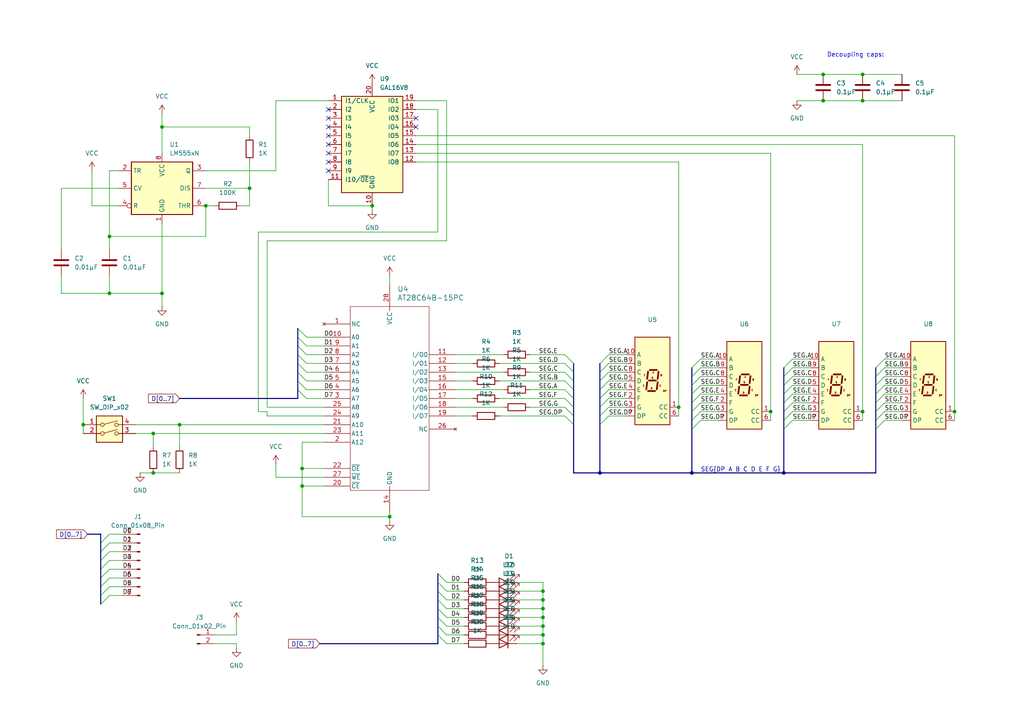
<source format=kicad_sch>
(kicad_sch (version 20231120) (generator "eeschema") (generator_version "8.0")
  (paper "A4")
  (title_block (title "Output Display Module") (date "2024-05-12") (rev "2.1") (company "Silicon Chronicles"))
  (lib_symbols
    (symbol "AT28C64B-15PC:AT28C64B-15PC" (pin_names (offset 0.254))
      (property "Reference" "U4" (at 21.2441 10.16 0))
      (property "Value" "AT28C64B-15PC" (at 21.2441 7.62 0))
      (symbol "AT28C64B-15PC_0_1"
        (polyline (pts (xy 7.62 -48.26) (xy 30.48 -48.26)) (stroke (width 0.127)))
        (polyline (pts (xy 7.62 5.08) (xy 7.62 -48.26)) (stroke (width 0.127)))
        (polyline (pts (xy 30.48 -48.26) (xy 30.48 5.08)) (stroke (width 0.127)))
        (polyline (pts (xy 30.48 5.08) (xy 7.62 5.08)) (stroke (width 0.127)))
        (pin no_connect line (at 0 0 0) (length 7.62) (name "NC") (number "1"))
        (pin input line (at 0 -3.81 0) (length 7.62) (name "A0") (number "10"))
        (pin bidirectional line (at 38.1 -8.89 180) (length 7.62) (name "I/O0") (number "11"))
        (pin bidirectional line (at 38.1 -11.43 180) (length 7.62) (name "I/O1") (number "12"))
        (pin bidirectional line (at 38.1 -13.97 180) (length 7.62) (name "I/O2") (number "13"))
        (pin power_in line (at 19.05 -54.61 90) (length 7.62) (name "GND") (number "14"))
        (pin bidirectional line (at 38.1 -16.51 180) (length 7.62) (name "I/O3") (number "15"))
        (pin bidirectional line (at 38.1 -19.05 180) (length 7.62) (name "I/O4") (number "16"))
        (pin bidirectional line (at 38.1 -21.59 180) (length 7.62) (name "I/O5") (number "17"))
        (pin bidirectional line (at 38.1 -24.13 180) (length 7.62) (name "I/O6") (number "18"))
        (pin bidirectional line (at 38.1 -26.67 180) (length 7.62) (name "I/O7") (number "19"))
        (pin input line (at 0 -34.29 0) (length 7.62) (name "A12") (number "2"))
        (pin input line (at 0 -29.21 0) (length 7.62) (name "A10") (number "21"))
        (pin input line (at 0 -31.75 0) (length 7.62) (name "A11") (number "23"))
        (pin input line (at 0 -26.67 0) (length 7.62) (name "A9") (number "24"))
        (pin input line (at 0 -24.13 0) (length 7.62) (name "A8") (number "25"))
        (pin no_connect line (at 38.1 -30.48 180) (length 7.62) (name "NC") (number "26"))
        (pin power_in line (at 19.05 11.43 270) (length 7.62) (name "VCC") (number "28"))
        (pin input line (at 0 -21.59 0) (length 7.62) (name "A7") (number "3"))
        (pin input line (at 0 -19.05 0) (length 7.62) (name "A6") (number "4"))
        (pin input line (at 0 -16.51 0) (length 7.62) (name "A5") (number "5"))
        (pin input line (at 0 -13.97 0) (length 7.62) (name "A4") (number "6"))
        (pin input line (at 0 -11.43 0) (length 7.62) (name "A3") (number "7"))
        (pin input line (at 0 -8.89 0) (length 7.62) (name "A2") (number "8"))
        (pin input line (at 0 -6.35 0) (length 7.62) (name "A1") (number "9"))
      )
      (symbol "AT28C64B-15PC_1_1"
        (pin input line (at 0 -46.99 0) (length 7.62) (name "~{CE}") (number "20"))
        (pin input line (at 0 -41.91 0) (length 7.62) (name "~{OE}") (number "22"))
        (pin input line (at 0 -44.45 0) (length 7.62) (name "~{WE}") (number "27"))
      )
    )
    (symbol "Connector:Conn_01x02_Pin" (pin_names (offset 1.016) hide)
      (property "Reference" "J" (at 0 2.54 0))
      (property "Value" "Conn_01x02_Pin" (at 0 -5.08 0))
      (symbol "Conn_01x02_Pin_1_1"
        (polyline (pts (xy 1.27 -2.54) (xy 0.8636 -2.54)) (stroke (width 0.1524)))
        (polyline (pts (xy 1.27 0) (xy 0.8636 0)) (stroke (width 0.1524)))
        (rectangle (start 0.8636 -2.413) (end 0 -2.667) (stroke (width 0.1524)) (fill (type outline)))
        (rectangle (start 0.8636 0.127) (end 0 -0.127) (stroke (width 0.1524)) (fill (type outline)))
        (pin passive line (at 5.08 0 180) (length 3.81) (name "Pin_1") (number "1"))
        (pin passive line (at 5.08 -2.54 180) (length 3.81) (name "Pin_2") (number "2"))
      )
    )
    (symbol "Connector:Conn_01x08_Pin" (pin_names (offset 1.016) hide)
      (property "Reference" "J" (at 0 10.16 0))
      (property "Value" "Conn_01x08_Pin" (at 0 -12.7 0))
      (symbol "Conn_01x08_Pin_1_1"
        (polyline (pts (xy 1.27 -10.16) (xy 0.8636 -10.16)) (stroke (width 0.1524)))
        (polyline (pts (xy 1.27 -7.62) (xy 0.8636 -7.62)) (stroke (width 0.1524)))
        (polyline (pts (xy 1.27 -5.08) (xy 0.8636 -5.08)) (stroke (width 0.1524)))
        (polyline (pts (xy 1.27 -2.54) (xy 0.8636 -2.54)) (stroke (width 0.1524)))
        (polyline (pts (xy 1.27 0) (xy 0.8636 0)) (stroke (width 0.1524)))
        (polyline (pts (xy 1.27 2.54) (xy 0.8636 2.54)) (stroke (width 0.1524)))
        (polyline (pts (xy 1.27 5.08) (xy 0.8636 5.08)) (stroke (width 0.1524)))
        (polyline (pts (xy 1.27 7.62) (xy 0.8636 7.62)) (stroke (width 0.1524)))
        (rectangle (start 0.8636 -10.033) (end 0 -10.287) (stroke (width 0.1524)) (fill (type outline)))
        (rectangle (start 0.8636 -7.493) (end 0 -7.747) (stroke (width 0.1524)) (fill (type outline)))
        (rectangle (start 0.8636 -4.953) (end 0 -5.207) (stroke (width 0.1524)) (fill (type outline)))
        (rectangle (start 0.8636 -2.413) (end 0 -2.667) (stroke (width 0.1524)) (fill (type outline)))
        (rectangle (start 0.8636 0.127) (end 0 -0.127) (stroke (width 0.1524)) (fill (type outline)))
        (rectangle (start 0.8636 2.667) (end 0 2.413) (stroke (width 0.1524)) (fill (type outline)))
        (rectangle (start 0.8636 5.207) (end 0 4.953) (stroke (width 0.1524)) (fill (type outline)))
        (rectangle (start 0.8636 7.747) (end 0 7.493) (stroke (width 0.1524)) (fill (type outline)))
        (pin passive line (at 5.08 7.62 180) (length 3.81) (name "Pin_1") (number "1"))
        (pin passive line (at 5.08 5.08 180) (length 3.81) (name "Pin_2") (number "2"))
        (pin passive line (at 5.08 2.54 180) (length 3.81) (name "Pin_3") (number "3"))
        (pin passive line (at 5.08 0 180) (length 3.81) (name "Pin_4") (number "4"))
        (pin passive line (at 5.08 -2.54 180) (length 3.81) (name "Pin_5") (number "5"))
        (pin passive line (at 5.08 -5.08 180) (length 3.81) (name "Pin_6") (number "6"))
        (pin passive line (at 5.08 -7.62 180) (length 3.81) (name "Pin_7") (number "7"))
        (pin passive line (at 5.08 -10.16 180) (length 3.81) (name "Pin_8") (number "8"))
      )
    )
    (symbol "Device:C" (pin_numbers hide) (pin_names (offset 0.254))
      (property "Reference" "C" (at 0.635 2.54 0))
      (property "Value" "C" (at 0.635 -2.54 0))
      (symbol "C_0_1"
        (polyline (pts (xy -2.032 -0.762) (xy 2.032 -0.762)) (stroke (width 0.508)))
        (polyline (pts (xy -2.032 0.762) (xy 2.032 0.762)) (stroke (width 0.508)))
      )
      (symbol "C_1_1"
        (pin passive line (at 0 3.81 270) (length 2.794) (name "~") (number "1"))
        (pin passive line (at 0 -3.81 90) (length 2.794) (name "~") (number "2"))
      )
    )
    (symbol "Device:LED" (pin_numbers hide) (pin_names (offset 1.016) hide)
      (property "Reference" "D" (at 0 2.54 0))
      (property "Value" "LED" (at 0 -2.54 0))
      (symbol "LED_0_1"
        (polyline (pts (xy -1.27 -1.27) (xy -1.27 1.27)) (stroke (width 0.254)))
        (polyline (pts (xy -1.27 0) (xy 1.27 0)))
        (polyline (pts (xy 1.27 -1.27) (xy 1.27 1.27) (xy -1.27 0) (xy 1.27 -1.27)) (stroke (width 0.254)))
        (polyline (pts (xy -3.048 -0.762) (xy -4.572 -2.286) (xy -3.81 -2.286) (xy -4.572 -2.286) (xy -4.572 -1.524)))
        (polyline (pts (xy -1.778 -0.762) (xy -3.302 -2.286) (xy -2.54 -2.286) (xy -3.302 -2.286) (xy -3.302 -1.524)))
      )
      (symbol "LED_1_1"
        (pin passive line (at -3.81 0 0) (length 2.54) (name "K") (number "1"))
        (pin passive line (at 3.81 0 180) (length 2.54) (name "A") (number "2"))
      )
    )
    (symbol "Device:R" (pin_numbers hide) (pin_names (offset 0))
      (property "Reference" "R" (at 2.032 0 90))
      (property "Value" "R" (at 0 0 90))
      (symbol "R_0_1"
        (rectangle (start -1.016 -2.54) (end 1.016 2.54) (stroke (width 0.254)))
      )
      (symbol "R_1_1"
        (pin passive line (at 0 3.81 270) (length 1.27) (name "~") (number "1"))
        (pin passive line (at 0 -3.81 90) (length 1.27) (name "~") (number "2"))
      )
    )
    (symbol "Display_Character:HDSP-7503"
      (property "Reference" "U" (at -3.81 13.97 0))
      (property "Value" "HDSP-7503" (at 6.35 13.97 0))
      (symbol "HDSP-7503_1_0"
        (text "A" (at 0.254 2.413 0) (effects (font (size 0.508 0.508))))
        (text "B" (at 2.54 1.651 0) (effects (font (size 0.508 0.508))))
        (text "C" (at 2.286 -1.397 0) (effects (font (size 0.508 0.508))))
        (text "D" (at -0.254 -2.159 0) (effects (font (size 0.508 0.508))))
        (text "DP" (at 3.556 -2.921 0) (effects (font (size 0.508 0.508))))
        (text "E" (at -2.54 -1.397 0) (effects (font (size 0.508 0.508))))
        (text "F" (at -2.286 1.651 0) (effects (font (size 0.508 0.508))))
        (text "G" (at 0 0.889 0) (effects (font (size 0.508 0.508))))
      )
      (symbol "HDSP-7503_1_1"
        (rectangle (start -5.08 12.7) (end 5.08 -12.7) (stroke (width 0.254)) (fill (type background)))
        (polyline (pts (xy -1.524 -0.381) (xy -1.778 -2.413)) (stroke (width 0.508)))
        (polyline (pts (xy -1.27 -2.921) (xy 0.762 -2.921)) (stroke (width 0.508)))
        (polyline (pts (xy -1.27 2.667) (xy -1.524 0.635)) (stroke (width 0.508)))
        (polyline (pts (xy -1.016 0.127) (xy 1.016 0.127)) (stroke (width 0.508)))
        (polyline (pts (xy -0.762 3.175) (xy 1.27 3.175)) (stroke (width 0.508)))
        (polyline (pts (xy 1.524 -0.381) (xy 1.27 -2.413)) (stroke (width 0.508)))
        (polyline (pts (xy 1.778 2.667) (xy 1.524 0.635)) (stroke (width 0.508)))
        (polyline (pts (xy 2.54 -2.921) (xy 2.54 -2.921)) (stroke (width 0.508)))
        (pin input line (at 7.62 -7.62 180) (length 2.54) (name "CC") (number "1"))
        (pin input line (at -7.62 7.62 0) (length 2.54) (name "A") (number "10"))
        (pin input line (at -7.62 -5.08 0) (length 2.54) (name "F") (number "2"))
        (pin input line (at -7.62 -7.62 0) (length 2.54) (name "G") (number "3"))
        (pin input line (at -7.62 -2.54 0) (length 2.54) (name "E") (number "4"))
        (pin input line (at -7.62 0 0) (length 2.54) (name "D") (number "5"))
        (pin input line (at 7.62 -10.16 180) (length 2.54) (name "CC") (number "6"))
        (pin input line (at -7.62 -10.16 0) (length 2.54) (name "DP") (number "7"))
        (pin input line (at -7.62 2.54 0) (length 2.54) (name "C") (number "8"))
        (pin input line (at -7.62 5.08 0) (length 2.54) (name "B") (number "9"))
      )
    )
    (symbol "Logic_Programmable:GAL16V8" (pin_names (offset 1.016))
      (property "Reference" "U" (at -8.89 16.51 0))
      (property "Value" "GAL16V8" (at 1.27 16.51 0))
      (symbol "GAL16V8_0_0"
        (pin power_in line (at 0 -17.78 90) (length 3.81) (name "GND") (number "10"))
        (pin power_in line (at 0 17.78 270) (length 3.81) (name "VCC") (number "20"))
      )
      (symbol "GAL16V8_0_1"
        (rectangle (start -8.89 13.97) (end 8.89 -13.97) (stroke (width 0.254)) (fill (type background)))
      )
      (symbol "GAL16V8_1_1"
        (pin input line (at -12.7 12.7 0) (length 3.81) (name "I1/CLK") (number "1"))
        (pin input line (at -12.7 -10.16 0) (length 3.81) (name "I10/~{OE}") (number "11"))
        (pin tri_state line (at 12.7 -5.08 180) (length 3.81) (name "IO8") (number "12"))
        (pin tri_state line (at 12.7 -2.54 180) (length 3.81) (name "IO7") (number "13"))
        (pin tri_state line (at 12.7 0 180) (length 3.81) (name "IO6") (number "14"))
        (pin tri_state line (at 12.7 2.54 180) (length 3.81) (name "IO5") (number "15"))
        (pin tri_state line (at 12.7 5.08 180) (length 3.81) (name "IO4") (number "16"))
        (pin tri_state line (at 12.7 7.62 180) (length 3.81) (name "I03") (number "17"))
        (pin tri_state line (at 12.7 10.16 180) (length 3.81) (name "IO2") (number "18"))
        (pin tri_state line (at 12.7 12.7 180) (length 3.81) (name "IO1") (number "19"))
        (pin input line (at -12.7 10.16 0) (length 3.81) (name "I2") (number "2"))
        (pin input line (at -12.7 7.62 0) (length 3.81) (name "I3") (number "3"))
        (pin input line (at -12.7 5.08 0) (length 3.81) (name "I4") (number "4"))
        (pin input line (at -12.7 2.54 0) (length 3.81) (name "I5") (number "5"))
        (pin input line (at -12.7 0 0) (length 3.81) (name "I6") (number "6"))
        (pin input line (at -12.7 -2.54 0) (length 3.81) (name "I7") (number "7"))
        (pin input line (at -12.7 -5.08 0) (length 3.81) (name "I8") (number "8"))
        (pin input line (at -12.7 -7.62 0) (length 3.81) (name "I9") (number "9"))
      )
    )
    (symbol "Switch:SW_DIP_x02" (pin_names (offset 0) hide)
      (property "Reference" "SW" (at 0 6.35 0))
      (property "Value" "SW_DIP_x02" (at 0 -3.81 0))
      (symbol "SW_DIP_x02_0_0"
        (circle (center -2.032 0) (radius 0.508))
        (circle (center -2.032 2.54) (radius 0.508))
        (polyline (pts (xy -1.524 0.127) (xy 2.3622 1.1684)))
        (polyline (pts (xy -1.524 2.667) (xy 2.3622 3.7084)))
        (circle (center 2.032 0) (radius 0.508))
        (circle (center 2.032 2.54) (radius 0.508))
      )
      (symbol "SW_DIP_x02_0_1"
        (rectangle (start -3.81 5.08) (end 3.81 -2.54) (stroke (width 0.254)) (fill (type background)))
      )
      (symbol "SW_DIP_x02_1_1"
        (pin passive line (at -7.62 2.54 0) (length 5.08) (name "~") (number "1"))
        (pin passive line (at -7.62 0 0) (length 5.08) (name "~") (number "2"))
        (pin passive line (at 7.62 0 180) (length 5.08) (name "~") (number "3"))
        (pin passive line (at 7.62 2.54 180) (length 5.08) (name "~") (number "4"))
      )
    )
    (symbol "Timer:LM555xN"
      (property "Reference" "U" (at -10.16 8.89 0))
      (property "Value" "LM555xN" (at 2.54 8.89 0))
      (symbol "LM555xN_0_0"
        (pin power_in line (at 0 -10.16 90) (length 2.54) (name "GND") (number "1"))
        (pin power_in line (at 0 10.16 270) (length 2.54) (name "VCC") (number "8"))
      )
      (symbol "LM555xN_0_1"
        (rectangle (start -8.89 -7.62) (end 8.89 7.62) (stroke (width 0.254)) (fill (type background)))
        (rectangle (start -8.89 -7.62) (end 8.89 7.62) (stroke (width 0.254)) (fill (type background)))
      )
      (symbol "LM555xN_1_1"
        (pin input line (at -12.7 5.08 0) (length 3.81) (name "TR") (number "2"))
        (pin output line (at 12.7 5.08 180) (length 3.81) (name "Q") (number "3"))
        (pin input inverted (at -12.7 -5.08 0) (length 3.81) (name "R") (number "4"))
        (pin input line (at -12.7 0 0) (length 3.81) (name "CV") (number "5"))
        (pin input line (at 12.7 -5.08 180) (length 3.81) (name "THR") (number "6"))
        (pin input line (at 12.7 0 180) (length 3.81) (name "DIS") (number "7"))
      )
    )
    (symbol "power:GND" (power) (pin_numbers hide) (pin_names (offset 0) hide)
      (property "Value" "GND" (at 0 -3.81 0))
      (symbol "GND_0_1"
        (polyline (pts (xy 0 0) (xy 0 -1.27) (xy 1.27 -1.27) (xy 0 -2.54) (xy -1.27 -1.27) (xy 0 -1.27)))
      )
      (symbol "GND_1_1"
        (pin power_in line (at 0 0 270) (length 0) (name "~") (number "1"))
      )
    )
    (symbol "power:VCC" (power) (pin_numbers hide) (pin_names (offset 0) hide)
      (property "Value" "VCC" (at 0 3.556 0))
      (symbol "VCC_0_1"
        (polyline (pts (xy -0.762 1.27) (xy 0 2.54)))
        (polyline (pts (xy 0 0) (xy 0 2.54)))
        (polyline (pts (xy 0 2.54) (xy 0.762 1.27)))
      )
      (symbol "VCC_1_1"
        (pin power_in line (at 0 0 90) (length 0) (name "~") (number "1"))
      )
    )
  )
  (junction (at 238.76 29.21))
  (junction (at 31.75 68.58))
  (junction (at 157.48 186.69))
  (junction (at 87.63 140.97))
  (junction (at 223.52 119.38))
  (junction (at 238.76 21.59))
  (junction (at 173.99 137.16))
  (junction (at 24.13 123.19))
  (junction (at 59.69 59.69))
  (junction (at 250.19 119.38))
  (junction (at 157.48 176.53))
  (junction (at 250.19 21.59))
  (junction (at 227.33 137.16))
  (junction (at 196.85 118.11))
  (junction (at 72.39 54.61))
  (junction (at 157.48 171.45))
  (junction (at 87.63 135.89))
  (junction (at 46.99 36.83))
  (junction (at 157.48 181.61))
  (junction (at 107.95 59.69))
  (junction (at 157.48 179.07))
  (junction (at 52.07 123.19))
  (junction (at 44.45 137.16))
  (junction (at 157.48 184.15))
  (junction (at 46.99 85.09))
  (junction (at 44.45 125.73))
  (junction (at 113.03 149.86))
  (junction (at 157.48 173.99))
  (junction (at 276.86 119.38))
  (junction (at 31.75 85.09))
  (junction (at 250.19 29.21))
  (junction (at 200.66 137.16))
  (no_connect (at 95.25 41.91))
  (no_connect (at 95.25 31.75))
  (no_connect (at 120.65 34.29))
  (no_connect (at 95.25 34.29))
  (no_connect (at 95.25 44.45))
  (no_connect (at 95.25 39.37))
  (no_connect (at 95.25 49.53))
  (no_connect (at 95.25 36.83))
  (no_connect (at 95.25 46.99))
  (no_connect (at 120.65 36.83))
  (bus_entry (at 227.33 124.46) (size 2.54 -2.54))
  (bus_entry (at 173.99 123.19) (size 2.54 -2.54))
  (bus_entry (at 29.21 172.72) (size 2.54 -2.54))
  (bus_entry (at 29.21 160.02) (size 2.54 -2.54))
  (bus_entry (at 200.66 114.3) (size 2.54 -2.54))
  (bus_entry (at 127 184.15) (size 2.54 2.54))
  (bus_entry (at 200.66 109.22) (size 2.54 -2.54))
  (bus_entry (at 127 179.07) (size 2.54 2.54))
  (bus_entry (at 166.37 105.41) (size -2.54 -2.54))
  (bus_entry (at 166.37 107.95) (size -2.54 -2.54))
  (bus_entry (at 166.37 118.11) (size -2.54 -2.54))
  (bus_entry (at 86.36 113.03) (size 2.54 2.54))
  (bus_entry (at 200.66 116.84) (size 2.54 -2.54))
  (bus_entry (at 200.66 111.76) (size 2.54 -2.54))
  (bus_entry (at 173.99 107.95) (size 2.54 -2.54))
  (bus_entry (at 127 168.91) (size 2.54 2.54))
  (bus_entry (at 227.33 106.68) (size 2.54 -2.54))
  (bus_entry (at 227.33 109.22) (size 2.54 -2.54))
  (bus_entry (at 86.36 102.87) (size 2.54 2.54))
  (bus_entry (at 254 109.22) (size 2.54 -2.54))
  (bus_entry (at 29.21 170.18) (size 2.54 -2.54))
  (bus_entry (at 29.21 157.48) (size 2.54 -2.54))
  (bus_entry (at 173.99 113.03) (size 2.54 -2.54))
  (bus_entry (at 254 111.76) (size 2.54 -2.54))
  (bus_entry (at 166.37 115.57) (size -2.54 -2.54))
  (bus_entry (at 227.33 114.3) (size 2.54 -2.54))
  (bus_entry (at 86.36 97.79) (size 2.54 2.54))
  (bus_entry (at 166.37 123.19) (size -2.54 -2.54))
  (bus_entry (at 200.66 106.68) (size 2.54 -2.54))
  (bus_entry (at 227.33 121.92) (size 2.54 -2.54))
  (bus_entry (at 127 173.99) (size 2.54 2.54))
  (bus_entry (at 29.21 162.56) (size 2.54 -2.54))
  (bus_entry (at 166.37 120.65) (size -2.54 -2.54))
  (bus_entry (at 254 116.84) (size 2.54 -2.54))
  (bus_entry (at 227.33 119.38) (size 2.54 -2.54))
  (bus_entry (at 200.66 124.46) (size 2.54 -2.54))
  (bus_entry (at 86.36 105.41) (size 2.54 2.54))
  (bus_entry (at 86.36 100.33) (size 2.54 2.54))
  (bus_entry (at 86.36 95.25) (size 2.54 2.54))
  (bus_entry (at 127 166.37) (size 2.54 2.54))
  (bus_entry (at 173.99 118.11) (size 2.54 -2.54))
  (bus_entry (at 173.99 120.65) (size 2.54 -2.54))
  (bus_entry (at 166.37 113.03) (size -2.54 -2.54))
  (bus_entry (at 227.33 116.84) (size 2.54 -2.54))
  (bus_entry (at 127 176.53) (size 2.54 2.54))
  (bus_entry (at 29.21 165.1) (size 2.54 -2.54))
  (bus_entry (at 86.36 110.49) (size 2.54 2.54))
  (bus_entry (at 254 114.3) (size 2.54 -2.54))
  (bus_entry (at 254 119.38) (size 2.54 -2.54))
  (bus_entry (at 200.66 119.38) (size 2.54 -2.54))
  (bus_entry (at 173.99 115.57) (size 2.54 -2.54))
  (bus_entry (at 173.99 110.49) (size 2.54 -2.54))
  (bus_entry (at 254 121.92) (size 2.54 -2.54))
  (bus_entry (at 254 106.68) (size 2.54 -2.54))
  (bus_entry (at 254 124.46) (size 2.54 -2.54))
  (bus_entry (at 29.21 167.64) (size 2.54 -2.54))
  (bus_entry (at 200.66 121.92) (size 2.54 -2.54))
  (bus_entry (at 29.21 175.26) (size 2.54 -2.54))
  (bus_entry (at 166.37 110.49) (size -2.54 -2.54))
  (bus_entry (at 127 171.45) (size 2.54 2.54))
  (bus_entry (at 86.36 107.95) (size 2.54 2.54))
  (bus_entry (at 127 181.61) (size 2.54 2.54))
  (bus_entry (at 227.33 111.76) (size 2.54 -2.54))
  (bus_entry (at 173.99 105.41) (size 2.54 -2.54))
  (wire (pts (xy 107.95 60.96) (xy 107.95 59.69)))
  (wire (pts (xy 176.53 118.11) (xy 181.61 118.11)))
  (wire (pts (xy 88.9 97.79) (xy 93.98 97.79)))
  (wire (pts (xy 31.75 80.01) (xy 31.75 85.09)))
  (wire (pts (xy 129.54 186.69) (xy 134.62 186.69)))
  (wire (pts (xy 203.2 114.3) (xy 208.28 114.3)))
  (bus (pts (xy 227.33 124.46) (xy 227.33 137.16)))
  (bus (pts (xy 227.33 119.38) (xy 227.33 121.92)))
  (wire (pts (xy 95.25 59.69) (xy 107.95 59.69)))
  (wire (pts (xy 250.19 29.21) (xy 261.62 29.21)))
  (wire (pts (xy 157.48 171.45) (xy 157.48 168.91)))
  (bus (pts (xy 227.33 109.22) (xy 227.33 111.76)))
  (bus (pts (xy 254 116.84) (xy 254 119.38)))
  (wire (pts (xy 157.48 186.69) (xy 157.48 193.04)))
  (wire (pts (xy 93.98 128.27) (xy 87.63 128.27)))
  (wire (pts (xy 24.13 115.57) (xy 24.13 123.19)))
  (wire (pts (xy 144.78 120.65) (xy 163.83 120.65)))
  (wire (pts (xy 129.54 184.15) (xy 134.62 184.15)))
  (wire (pts (xy 256.54 106.68) (xy 261.62 106.68)))
  (bus (pts (xy 254 124.46) (xy 254 137.16)))
  (wire (pts (xy 17.78 80.01) (xy 17.78 85.09)))
  (bus (pts (xy 254 111.76) (xy 254 114.3)))
  (wire (pts (xy 74.93 67.31) (xy 74.93 119.38)))
  (wire (pts (xy 113.03 149.86) (xy 87.63 149.86)))
  (wire (pts (xy 93.98 138.43) (xy 80.01 138.43)))
  (wire (pts (xy 203.2 119.38) (xy 208.28 119.38)))
  (bus (pts (xy 173.99 123.19) (xy 173.99 137.16)))
  (wire (pts (xy 196.85 46.99) (xy 196.85 118.11)))
  (bus (pts (xy 200.66 109.22) (xy 200.66 111.76)))
  (wire (pts (xy 24.13 123.19) (xy 24.13 125.73)))
  (wire (pts (xy 72.39 39.37) (xy 72.39 36.83)))
  (wire (pts (xy 26.67 49.53) (xy 26.67 59.69)))
  (wire (pts (xy 74.93 119.38) (xy 77.47 119.38)))
  (bus (pts (xy 166.37 137.16) (xy 166.37 123.19)))
  (wire (pts (xy 157.48 181.61) (xy 157.48 184.15)))
  (wire (pts (xy 59.69 59.69) (xy 62.23 59.69)))
  (wire (pts (xy 68.58 186.69) (xy 68.58 187.96)))
  (wire (pts (xy 72.39 59.69) (xy 69.85 59.69)))
  (wire (pts (xy 113.03 149.86) (xy 113.03 148.59)))
  (wire (pts (xy 72.39 46.99) (xy 72.39 54.61)))
  (wire (pts (xy 59.69 49.53) (xy 80.01 49.53)))
  (wire (pts (xy 31.75 157.48) (xy 35.56 157.48)))
  (wire (pts (xy 31.75 154.94) (xy 35.56 154.94)))
  (bus (pts (xy 227.33 106.68) (xy 227.33 109.22)))
  (wire (pts (xy 80.01 49.53) (xy 80.01 29.21)))
  (wire (pts (xy 256.54 104.14) (xy 261.62 104.14)))
  (wire (pts (xy 31.75 85.09) (xy 46.99 85.09)))
  (wire (pts (xy 132.08 118.11) (xy 146.05 118.11)))
  (bus (pts (xy 127 173.99) (xy 127 176.53)))
  (wire (pts (xy 229.87 119.38) (xy 234.95 119.38)))
  (wire (pts (xy 276.86 119.38) (xy 276.86 121.92)))
  (wire (pts (xy 95.25 52.07) (xy 95.25 59.69)))
  (wire (pts (xy 34.29 54.61) (xy 17.78 54.61)))
  (wire (pts (xy 52.07 123.19) (xy 52.07 129.54)))
  (wire (pts (xy 157.48 171.45) (xy 149.86 171.45)))
  (wire (pts (xy 203.2 106.68) (xy 208.28 106.68)))
  (bus (pts (xy 29.21 172.72) (xy 29.21 175.26)))
  (wire (pts (xy 157.48 181.61) (xy 149.86 181.61)))
  (wire (pts (xy 62.23 184.15) (xy 68.58 184.15)))
  (bus (pts (xy 200.66 114.3) (xy 200.66 116.84)))
  (wire (pts (xy 88.9 115.57) (xy 93.98 115.57)))
  (bus (pts (xy 173.99 137.16) (xy 200.66 137.16)))
  (wire (pts (xy 176.53 102.87) (xy 181.61 102.87)))
  (wire (pts (xy 223.52 121.92) (xy 223.52 119.38)))
  (wire (pts (xy 250.19 119.38) (xy 250.19 121.92)))
  (wire (pts (xy 77.47 118.11) (xy 93.98 118.11)))
  (wire (pts (xy 157.48 168.91) (xy 149.86 168.91)))
  (wire (pts (xy 40.64 137.16) (xy 44.45 137.16)))
  (wire (pts (xy 44.45 125.73) (xy 93.98 125.73)))
  (wire (pts (xy 256.54 109.22) (xy 261.62 109.22)))
  (wire (pts (xy 238.76 29.21) (xy 250.19 29.21)))
  (wire (pts (xy 72.39 36.83) (xy 46.99 36.83)))
  (wire (pts (xy 113.03 80.01) (xy 113.03 82.55)))
  (bus (pts (xy 200.66 106.68) (xy 200.66 109.22)))
  (wire (pts (xy 231.14 29.21) (xy 238.76 29.21)))
  (wire (pts (xy 276.86 39.37) (xy 276.86 119.38)))
  (wire (pts (xy 229.87 109.22) (xy 234.95 109.22)))
  (bus (pts (xy 166.37 120.65) (xy 166.37 123.19)))
  (wire (pts (xy 250.19 21.59) (xy 261.62 21.59)))
  (wire (pts (xy 120.65 41.91) (xy 250.19 41.91)))
  (bus (pts (xy 166.37 113.03) (xy 166.37 115.57)))
  (wire (pts (xy 132.08 113.03) (xy 146.05 113.03)))
  (wire (pts (xy 127 67.31) (xy 74.93 67.31)))
  (wire (pts (xy 132.08 115.57) (xy 137.16 115.57)))
  (wire (pts (xy 203.2 109.22) (xy 208.28 109.22)))
  (wire (pts (xy 129.54 181.61) (xy 134.62 181.61)))
  (bus (pts (xy 166.37 107.95) (xy 166.37 105.41)))
  (wire (pts (xy 157.48 176.53) (xy 149.86 176.53)))
  (bus (pts (xy 86.36 110.49) (xy 86.36 113.03)))
  (wire (pts (xy 31.75 167.64) (xy 35.56 167.64)))
  (bus (pts (xy 29.21 165.1) (xy 29.21 167.64)))
  (wire (pts (xy 176.53 107.95) (xy 181.61 107.95)))
  (wire (pts (xy 144.78 110.49) (xy 163.83 110.49)))
  (bus (pts (xy 86.36 102.87) (xy 86.36 105.41)))
  (wire (pts (xy 203.2 104.14) (xy 208.28 104.14)))
  (wire (pts (xy 153.67 102.87) (xy 163.83 102.87)))
  (wire (pts (xy 93.98 140.97) (xy 87.63 140.97)))
  (bus (pts (xy 200.66 124.46) (xy 200.66 137.16)))
  (bus (pts (xy 29.21 167.64) (xy 29.21 170.18)))
  (wire (pts (xy 44.45 137.16) (xy 52.07 137.16)))
  (wire (pts (xy 229.87 104.14) (xy 234.95 104.14)))
  (bus (pts (xy 173.99 105.41) (xy 173.99 107.95)))
  (wire (pts (xy 176.53 105.41) (xy 181.61 105.41)))
  (wire (pts (xy 196.85 118.11) (xy 196.85 120.65)))
  (wire (pts (xy 157.48 184.15) (xy 157.48 186.69)))
  (bus (pts (xy 254 106.68) (xy 254 109.22)))
  (wire (pts (xy 120.65 44.45) (xy 223.52 44.45)))
  (wire (pts (xy 46.99 64.77) (xy 46.99 85.09)))
  (wire (pts (xy 17.78 54.61) (xy 17.78 72.39)))
  (wire (pts (xy 46.99 36.83) (xy 46.99 44.45)))
  (bus (pts (xy 173.99 118.11) (xy 173.99 120.65)))
  (wire (pts (xy 59.69 54.61) (xy 72.39 54.61)))
  (wire (pts (xy 87.63 128.27) (xy 87.63 135.89)))
  (bus (pts (xy 227.33 116.84) (xy 227.33 119.38)))
  (wire (pts (xy 157.48 179.07) (xy 149.86 179.07)))
  (bus (pts (xy 200.66 111.76) (xy 200.66 114.3)))
  (wire (pts (xy 129.54 173.99) (xy 134.62 173.99)))
  (wire (pts (xy 153.67 113.03) (xy 163.83 113.03)))
  (wire (pts (xy 68.58 184.15) (xy 68.58 180.34)))
  (bus (pts (xy 254 121.92) (xy 254 124.46)))
  (wire (pts (xy 231.14 21.59) (xy 238.76 21.59)))
  (wire (pts (xy 88.9 100.33) (xy 93.98 100.33)))
  (wire (pts (xy 88.9 110.49) (xy 93.98 110.49)))
  (wire (pts (xy 203.2 121.92) (xy 208.28 121.92)))
  (wire (pts (xy 256.54 116.84) (xy 261.62 116.84)))
  (bus (pts (xy 200.66 121.92) (xy 200.66 124.46)))
  (bus (pts (xy 52.07 115.57) (xy 86.36 115.57)))
  (wire (pts (xy 229.87 106.68) (xy 234.95 106.68)))
  (wire (pts (xy 26.67 59.69) (xy 34.29 59.69)))
  (bus (pts (xy 254 119.38) (xy 254 121.92)))
  (wire (pts (xy 31.75 165.1) (xy 35.56 165.1)))
  (wire (pts (xy 203.2 116.84) (xy 208.28 116.84)))
  (wire (pts (xy 132.08 120.65) (xy 137.16 120.65)))
  (wire (pts (xy 132.08 102.87) (xy 146.05 102.87)))
  (wire (pts (xy 39.37 125.73) (xy 44.45 125.73)))
  (wire (pts (xy 77.47 69.85) (xy 77.47 118.11)))
  (wire (pts (xy 129.54 179.07) (xy 134.62 179.07)))
  (wire (pts (xy 157.48 179.07) (xy 157.48 181.61)))
  (wire (pts (xy 59.69 68.58) (xy 31.75 68.58)))
  (wire (pts (xy 87.63 140.97) (xy 87.63 135.89)))
  (wire (pts (xy 127 31.75) (xy 127 67.31)))
  (wire (pts (xy 46.99 85.09) (xy 46.99 88.9)))
  (wire (pts (xy 88.9 105.41) (xy 93.98 105.41)))
  (bus (pts (xy 127 171.45) (xy 127 168.91)))
  (bus (pts (xy 86.36 105.41) (xy 86.36 107.95)))
  (bus (pts (xy 173.99 113.03) (xy 173.99 115.57)))
  (wire (pts (xy 129.54 69.85) (xy 77.47 69.85)))
  (wire (pts (xy 229.87 121.92) (xy 234.95 121.92)))
  (bus (pts (xy 127 181.61) (xy 127 184.15)))
  (wire (pts (xy 31.75 160.02) (xy 35.56 160.02)))
  (bus (pts (xy 86.36 100.33) (xy 86.36 97.79)))
  (wire (pts (xy 44.45 125.73) (xy 44.45 129.54)))
  (bus (pts (xy 127 186.69) (xy 127 184.15)))
  (bus (pts (xy 254 114.3) (xy 254 116.84)))
  (bus (pts (xy 29.21 157.48) (xy 29.21 160.02)))
  (wire (pts (xy 176.53 113.03) (xy 181.61 113.03)))
  (wire (pts (xy 39.37 123.19) (xy 52.07 123.19)))
  (wire (pts (xy 157.48 171.45) (xy 157.48 173.99)))
  (wire (pts (xy 176.53 110.49) (xy 181.61 110.49)))
  (wire (pts (xy 120.65 39.37) (xy 276.86 39.37)))
  (wire (pts (xy 120.65 29.21) (xy 129.54 29.21)))
  (bus (pts (xy 127 179.07) (xy 127 181.61)))
  (bus (pts (xy 29.21 160.02) (xy 29.21 162.56)))
  (wire (pts (xy 229.87 114.3) (xy 234.95 114.3)))
  (wire (pts (xy 132.08 107.95) (xy 146.05 107.95)))
  (wire (pts (xy 31.75 172.72) (xy 35.56 172.72)))
  (wire (pts (xy 31.75 162.56) (xy 35.56 162.56)))
  (wire (pts (xy 256.54 119.38) (xy 261.62 119.38)))
  (wire (pts (xy 132.08 110.49) (xy 137.16 110.49)))
  (bus (pts (xy 227.33 121.92) (xy 227.33 124.46)))
  (wire (pts (xy 129.54 29.21) (xy 129.54 69.85)))
  (bus (pts (xy 200.66 137.16) (xy 227.33 137.16)))
  (bus (pts (xy 127 173.99) (xy 127 171.45)))
  (wire (pts (xy 196.85 46.99) (xy 120.65 46.99)))
  (wire (pts (xy 52.07 123.19) (xy 93.98 123.19)))
  (bus (pts (xy 173.99 110.49) (xy 173.99 113.03)))
  (wire (pts (xy 157.48 173.99) (xy 157.48 176.53)))
  (bus (pts (xy 86.36 102.87) (xy 86.36 100.33)))
  (bus (pts (xy 166.37 115.57) (xy 166.37 118.11)))
  (wire (pts (xy 203.2 111.76) (xy 208.28 111.76)))
  (bus (pts (xy 200.66 119.38) (xy 200.66 121.92)))
  (wire (pts (xy 229.87 111.76) (xy 234.95 111.76)))
  (wire (pts (xy 129.54 176.53) (xy 134.62 176.53)))
  (bus (pts (xy 227.33 111.76) (xy 227.33 114.3)))
  (wire (pts (xy 62.23 186.69) (xy 68.58 186.69)))
  (bus (pts (xy 92.71 186.69) (xy 127 186.69)))
  (bus (pts (xy 166.37 110.49) (xy 166.37 113.03)))
  (wire (pts (xy 88.9 107.95) (xy 93.98 107.95)))
  (wire (pts (xy 256.54 111.76) (xy 261.62 111.76)))
  (bus (pts (xy 127 168.91) (xy 127 166.37)))
  (bus (pts (xy 86.36 115.57) (xy 86.36 113.03)))
  (wire (pts (xy 153.67 107.95) (xy 163.83 107.95)))
  (wire (pts (xy 31.75 68.58) (xy 31.75 72.39)))
  (wire (pts (xy 59.69 59.69) (xy 59.69 68.58)))
  (wire (pts (xy 157.48 176.53) (xy 157.48 179.07)))
  (wire (pts (xy 153.67 118.11) (xy 163.83 118.11)))
  (bus (pts (xy 86.36 97.79) (xy 86.36 95.25)))
  (wire (pts (xy 80.01 138.43) (xy 80.01 134.62)))
  (bus (pts (xy 166.37 118.11) (xy 166.37 120.65)))
  (bus (pts (xy 166.37 110.49) (xy 166.37 107.95)))
  (wire (pts (xy 87.63 149.86) (xy 87.63 140.97)))
  (wire (pts (xy 31.75 170.18) (xy 35.56 170.18)))
  (bus (pts (xy 173.99 115.57) (xy 173.99 118.11)))
  (bus (pts (xy 127 176.53) (xy 127 179.07)))
  (wire (pts (xy 88.9 113.03) (xy 93.98 113.03)))
  (bus (pts (xy 86.36 107.95) (xy 86.36 110.49)))
  (wire (pts (xy 77.47 120.65) (xy 93.98 120.65)))
  (wire (pts (xy 144.78 105.41) (xy 163.83 105.41)))
  (wire (pts (xy 132.08 105.41) (xy 137.16 105.41)))
  (bus (pts (xy 173.99 120.65) (xy 173.99 123.19)))
  (wire (pts (xy 31.75 49.53) (xy 31.75 68.58)))
  (wire (pts (xy 144.78 115.57) (xy 163.83 115.57)))
  (wire (pts (xy 157.48 173.99) (xy 149.86 173.99)))
  (wire (pts (xy 72.39 54.61) (xy 72.39 59.69)))
  (wire (pts (xy 129.54 168.91) (xy 134.62 168.91)))
  (wire (pts (xy 88.9 102.87) (xy 93.98 102.87)))
  (wire (pts (xy 80.01 29.21) (xy 95.25 29.21)))
  (bus (pts (xy 29.21 162.56) (xy 29.21 165.1)))
  (bus (pts (xy 29.21 154.94) (xy 29.21 157.48)))
  (bus (pts (xy 173.99 107.95) (xy 173.99 110.49)))
  (wire (pts (xy 229.87 116.84) (xy 234.95 116.84)))
  (wire (pts (xy 256.54 114.3) (xy 261.62 114.3)))
  (bus (pts (xy 200.66 116.84) (xy 200.66 119.38)))
  (wire (pts (xy 157.48 184.15) (xy 149.86 184.15)))
  (wire (pts (xy 46.99 33.02) (xy 46.99 36.83)))
  (bus (pts (xy 25.4 154.94) (xy 29.21 154.94)))
  (wire (pts (xy 223.52 44.45) (xy 223.52 119.38)))
  (wire (pts (xy 77.47 119.38) (xy 77.47 120.65)))
  (bus (pts (xy 29.21 170.18) (xy 29.21 172.72)))
  (wire (pts (xy 129.54 171.45) (xy 134.62 171.45)))
  (wire (pts (xy 238.76 21.59) (xy 250.19 21.59)))
  (wire (pts (xy 176.53 115.57) (xy 181.61 115.57)))
  (wire (pts (xy 17.78 85.09) (xy 31.75 85.09)))
  (bus (pts (xy 166.37 137.16) (xy 173.99 137.16)))
  (wire (pts (xy 34.29 49.53) (xy 31.75 49.53)))
  (wire (pts (xy 176.53 120.65) (xy 181.61 120.65)))
  (wire (pts (xy 250.19 41.91) (xy 250.19 119.38)))
  (wire (pts (xy 157.48 186.69) (xy 149.86 186.69)))
  (wire (pts (xy 87.63 135.89) (xy 93.98 135.89)))
  (bus (pts (xy 254 109.22) (xy 254 111.76)))
  (bus (pts (xy 227.33 114.3) (xy 227.33 116.84)))
  (wire (pts (xy 113.03 151.13) (xy 113.03 149.86)))
  (wire (pts (xy 256.54 121.92) (xy 261.62 121.92)))
  (bus (pts (xy 227.33 137.16) (xy 254 137.16)))
  (wire (pts (xy 120.65 31.75) (xy 127 31.75)))
  (text "Decoupling caps:" (at 248.158 16.002 0) (effects (font (size 1.27 1.27))))
  (label "D5" (at 93.98 110.49 0))
  (label "D4" (at 35.56 165.1 0))
  (label "SEG.G" (at 256.54 119.38 0))
  (label "D3" (at 130.81 176.53 0))
  (label "D3" (at 35.56 162.56 0))
  (label "SEG.D" (at 176.53 110.49 0))
  (label "SEG.G" (at 203.2 119.38 0))
  (label "SEG.A" (at 203.2 104.14 0))
  (label "D2" (at 35.56 160.02 0))
  (label "D5" (at 130.81 181.61 0))
  (label "SEG.A" (at 256.54 104.14 0))
  (label "SEG.C" (at 256.54 109.22 0))
  (label "SEG.C" (at 176.53 107.95 0))
  (label "SEG.C" (at 203.2 109.22 0))
  (label "SEG.DP" (at 203.2 121.92 0))
  (label "SEG.B" (at 156.21 110.49 0))
  (label "D4" (at 130.81 179.07 0))
  (label "SEG.G" (at 176.53 118.11 0))
  (label "D1" (at 93.98 100.33 0))
  (label "D0" (at 35.56 154.94 0))
  (label "D1" (at 35.56 157.48 0))
  (label "SEG.E" (at 256.54 114.3 0))
  (label "SEG.D" (at 203.2 111.76 0))
  (label "D0" (at 93.98 97.79 0))
  (label "D2" (at 93.98 102.87 0))
  (label "SEG.F" (at 203.2 116.84 0))
  (label "SEG.C" (at 229.87 109.22 0))
  (label "SEG.DP" (at 256.54 121.92 0))
  (label "SEG.C" (at 156.21 107.95 0))
  (label "SEG.D" (at 156.21 105.41 0))
  (label "SEG.E" (at 176.53 113.03 0))
  (label "D5" (at 35.56 167.64 0))
  (label "SEG.E" (at 156.21 102.87 0))
  (label "SEG{DP A B C D E F G}" (at 203.2 137.16 0))
  (label "SEG.A" (at 156.21 113.03 0))
  (label "SEG.E" (at 229.87 114.3 0))
  (label "SEG.B" (at 203.2 106.68 0))
  (label "SEG.D" (at 229.87 111.76 0))
  (label "SEG.B" (at 256.54 106.68 0))
  (label "D3" (at 93.98 105.41 0))
  (label "SEG.F" (at 176.53 115.57 0))
  (label "D7" (at 93.98 115.57 0))
  (label "D0" (at 130.81 168.91 0))
  (label "SEG.F" (at 256.54 116.84 0))
  (label "SEG.G" (at 156.21 118.11 0))
  (label "D6" (at 93.98 113.03 0))
  (label "D6" (at 130.81 184.15 0))
  (label "SEG.DP" (at 229.87 121.92 0))
  (label "SEG.G" (at 229.87 119.38 0))
  (label "D7" (at 35.56 172.72 0))
  (label "SEG.DP" (at 156.21 120.65 0))
  (label "SEG.F" (at 229.87 116.84 0))
  (label "SEG.B" (at 229.87 106.68 0))
  (label "D7" (at 130.81 186.69 0))
  (label "SEG.A" (at 176.53 102.87 0))
  (label "SEG.DP" (at 176.53 120.65 0))
  (label "SEG.D" (at 256.54 111.76 0))
  (label "D2" (at 130.81 173.99 0))
  (label "D4" (at 93.98 107.95 0))
  (label "SEG.E" (at 203.2 114.3 0))
  (label "D6" (at 35.56 170.18 0))
  (label "SEG.A" (at 229.87 104.14 0))
  (label "SEG.F" (at 156.21 115.57 0))
  (label "SEG.B" (at 176.53 105.41 0))
  (label "D1" (at 130.81 171.45 0))
  (global_label "D[0..7]" (shape input) (at 25.4 154.94 180) (property "Intersheetrefs" "${INTERSHEET_REFS}" (effects (hide yes))))
  (global_label "D[0..7]" (shape input) (at 52.07 115.57 180) (property "Intersheetrefs" "${INTERSHEET_REFS}" (effects (hide yes))))
  (global_label "D[0..7]" (shape input) (at 92.71 186.69 180) (property "Intersheetrefs" "${INTERSHEET_REFS}" (effects (hide yes))))
  (symbol (lib_id "Device:LED") (at 146.05 171.45 180) (unit 1)
    (property "Reference" "D2" (at 147.6375 163.83 0))
    (property "Value" "LED" (at 147.6375 166.37 0))
    (property "Footprint" "Capacitor_SMD:C_0805_2012Metric_Pad1.18x1.45mm_HandSolder" (effects (hide yes)))
    (property "Description" "Light emitting diode" (effects (hide yes)))
  )
  (symbol (lib_id "Device:R") (at 149.86 113.03 90) (unit 1)
    (property "Reference" "R9" (at 149.86 106.68 90))
    (property "Value" "1K" (at 149.86 109.22 90))
    (property "Footprint" "Resistor_SMD:R_1206_3216Metric_Pad1.30x1.75mm_HandSolder" (effects (hide yes)))
    (property "Description" "Resistor" (effects (hide yes)))
  )
  (symbol (lib_id "power:VCC") (at 24.13 115.57 0) (unit 1)
    (property "Reference" "#PWR012" (effects (hide yes)))
    (property "Value" "VCC" (at 24.13 110.49 0))
    (property "Description" "Power symbol creates a global label with name \"VCC\"" (effects (hide yes)))
  )
  (symbol (lib_id "power:VCC") (at 68.58 180.34 0) (mirror y) (unit 1)
    (property "Reference" "#PWR05" (effects (hide yes)))
    (property "Value" "VCC" (at 68.58 175.26 0))
    (property "Description" "Power symbol creates a global label with name \"VCC\"" (effects (hide yes)))
  )
  (symbol (lib_id "power:VCC") (at 107.95 24.13 0) (unit 1)
    (property "Reference" "#PWR04" (effects (hide yes)))
    (property "Value" "VCC" (at 107.95 19.05 0))
    (property "Description" "Power symbol creates a global label with name \"VCC\"" (effects (hide yes)))
  )
  (symbol (lib_id "Device:R") (at 138.43 184.15 90) (unit 1)
    (property "Reference" "R19" (at 138.43 177.8 90))
    (property "Value" "1K" (at 138.43 180.34 90))
    (property "Footprint" "Resistor_SMD:R_1206_3216Metric_Pad1.30x1.75mm_HandSolder" (effects (hide yes)))
    (property "Description" "Resistor" (effects (hide yes)))
  )
  (symbol (lib_id "Device:R") (at 149.86 118.11 90) (unit 1)
    (property "Reference" "R11" (at 149.86 111.76 90))
    (property "Value" "1K" (at 149.86 114.3 90))
    (property "Footprint" "Resistor_SMD:R_1206_3216Metric_Pad1.30x1.75mm_HandSolder" (effects (hide yes)))
    (property "Description" "Resistor" (effects (hide yes)))
  )
  (symbol (lib_id "Device:R") (at 138.43 171.45 90) (unit 1)
    (property "Reference" "R14" (at 138.43 165.1 90))
    (property "Value" "1K" (at 138.43 167.64 90))
    (property "Footprint" "Resistor_SMD:R_1206_3216Metric_Pad1.30x1.75mm_HandSolder" (effects (hide yes)))
    (property "Description" "Resistor" (effects (hide yes)))
  )
  (symbol (lib_id "power:VCC") (at 231.14 21.59 0) (unit 1)
    (property "Reference" "#PWR010" (effects (hide yes)))
    (property "Value" "VCC" (at 231.14 16.51 0))
    (property "Description" "Power symbol creates a global label with name \"VCC\"" (effects (hide yes)))
  )
  (symbol (lib_id "power:GND") (at 113.03 151.13 0) (unit 1)
    (property "Reference" "#PWR06" (effects (hide yes)))
    (property "Value" "GND" (at 113.03 156.21 0))
    (property "Description" "Power symbol creates a global label with name \"GND\" , ground" (effects (hide yes)))
  )
  (symbol (lib_id "Device:R") (at 72.39 43.18 0) (unit 1)
    (property "Reference" "R1" (at 74.93 41.9099 0) (effects (justify left)))
    (property "Value" "1K" (at 74.93 44.4499 0) (effects (justify left)))
    (property "Footprint" "Resistor_SMD:R_1206_3216Metric_Pad1.30x1.75mm_HandSolder" (effects (hide yes)))
    (property "Description" "Resistor" (effects (hide yes)))
  )
  (symbol (lib_id "power:VCC") (at 46.99 33.02 0) (unit 1)
    (property "Reference" "#PWR01" (effects (hide yes)))
    (property "Value" "VCC" (at 46.99 27.94 0))
    (property "Description" "Power symbol creates a global label with name \"VCC\"" (effects (hide yes)))
  )
  (symbol (lib_id "Device:LED") (at 146.05 173.99 180) (unit 1)
    (property "Reference" "D3" (at 147.6375 166.37 0))
    (property "Value" "LED" (at 147.6375 168.91 0))
    (property "Footprint" "Capacitor_SMD:C_0805_2012Metric_Pad1.18x1.45mm_HandSolder" (effects (hide yes)))
    (property "Description" "Light emitting diode" (effects (hide yes)))
  )
  (symbol (lib_id "Device:R") (at 149.86 107.95 90) (unit 1)
    (property "Reference" "R5" (at 149.86 101.6 90))
    (property "Value" "1K" (at 149.86 104.14 90))
    (property "Footprint" "Resistor_SMD:R_1206_3216Metric_Pad1.30x1.75mm_HandSolder" (effects (hide yes)))
    (property "Description" "Resistor" (effects (hide yes)))
  )
  (symbol (lib_id "Display_Character:HDSP-7503") (at 242.57 111.76 0) (unit 1)
    (property "Reference" "U7" (at 242.57 93.98 0))
    (property "Value" "HDSP-7503" (effects (hide yes)))
    (property "Footprint" "footprint-library:7SegmentLED_generic" (effects (hide yes)))
    (property "Datasheet" "https://docs.broadcom.com/docs/AV02-2553EN" (effects (hide yes)))
    (property "Description" "One digit 7 segment high efficiency red, common cathode" (effects (hide yes)))
  )
  (symbol (lib_id "Device:R") (at 44.45 133.35 0) (unit 1)
    (property "Reference" "R7" (at 46.99 132.0799 0) (effects (justify left)))
    (property "Value" "1K" (at 46.99 134.6199 0) (effects (justify left)))
    (property "Footprint" "Resistor_SMD:R_1206_3216Metric_Pad1.30x1.75mm_HandSolder" (effects (hide yes)))
    (property "Description" "Resistor" (effects (hide yes)))
  )
  (symbol (lib_id "Connector:Conn_01x02_Pin") (at 57.15 184.15 0) (unit 1)
    (property "Reference" "J3" (at 57.785 179.07 0))
    (property "Value" "Conn_01x02_Pin" (at 57.785 181.61 0))
    (property "Footprint" "Connector_PinHeader_2.54mm:PinHeader_1x02_P2.54mm_Vertical" (effects (hide yes)))
    (property "Description" "Generic connector, single row, 01x02, script generated" (effects (hide yes)))
  )
  (symbol (lib_id "AT28C64B-15PC:AT28C64B-15PC") (at 93.98 93.98 0) (unit 1)
    (property "Reference" "U4" (at 115.2241 83.82 0) (effects (font (size 1.524 1.524)) (justify left)))
    (property "Value" "AT28C64B-15PC" (at 115.2241 86.36 0) (effects (font (size 1.524 1.524)) (justify left)))
    (property "Footprint" "Package_DIP:DIP-28_W15.24mm_Socket" (effects (hide yes)))
    (property "Datasheet" "AT28C64B-15PC" (effects (hide yes)))
  )
  (symbol (lib_id "Device:C") (at 17.78 76.2 0) (unit 1)
    (property "Reference" "C2" (at 21.59 74.9299 0) (effects (justify left)))
    (property "Value" "0.01µF" (at 21.59 77.4699 0) (effects (justify left)))
    (property "Footprint" "Capacitor_SMD:C_1206_3216Metric_Pad1.33x1.80mm_HandSolder" (effects (hide yes)))
    (property "Description" "Unpolarized capacitor" (effects (hide yes)))
  )
  (symbol (lib_id "Device:LED") (at 146.05 184.15 180) (unit 1)
    (property "Reference" "D7" (at 147.6375 176.53 0))
    (property "Value" "LED" (at 147.6375 179.07 0))
    (property "Footprint" "Capacitor_SMD:C_0805_2012Metric_Pad1.18x1.45mm_HandSolder" (effects (hide yes)))
    (property "Description" "Light emitting diode" (effects (hide yes)))
  )
  (symbol (lib_id "power:VCC") (at 26.67 49.53 0) (unit 1)
    (property "Reference" "#PWR015" (effects (hide yes)))
    (property "Value" "VCC" (at 26.67 44.45 0))
    (property "Description" "Power symbol creates a global label with name \"VCC\"" (effects (hide yes)))
  )
  (symbol (lib_id "Display_Character:HDSP-7503") (at 215.9 111.76 0) (unit 1)
    (property "Reference" "U6" (at 215.9 93.98 0))
    (property "Value" "HDSP-7503" (effects (hide yes)))
    (property "Footprint" "footprint-library:7SegmentLED_generic" (effects (hide yes)))
    (property "Datasheet" "https://docs.broadcom.com/docs/AV02-2553EN" (effects (hide yes)))
    (property "Description" "One digit 7 segment high efficiency red, common cathode" (effects (hide yes)))
  )
  (symbol (lib_id "Device:R") (at 138.43 173.99 90) (unit 1)
    (property "Reference" "R15" (at 138.43 167.64 90))
    (property "Value" "1K" (at 138.43 170.18 90))
    (property "Footprint" "Resistor_SMD:R_1206_3216Metric_Pad1.30x1.75mm_HandSolder" (effects (hide yes)))
    (property "Description" "Resistor" (effects (hide yes)))
  )
  (symbol (lib_id "Device:R") (at 138.43 168.91 90) (unit 1)
    (property "Reference" "R13" (at 138.43 162.56 90))
    (property "Value" "1K" (at 138.43 165.1 90))
    (property "Footprint" "Resistor_SMD:R_1206_3216Metric_Pad1.30x1.75mm_HandSolder" (effects (hide yes)))
    (property "Description" "Resistor" (effects (hide yes)))
  )
  (symbol (lib_id "Device:R") (at 52.07 133.35 0) (unit 1)
    (property "Reference" "R8" (at 54.61 132.0799 0) (effects (justify left)))
    (property "Value" "1K" (at 54.61 134.6199 0) (effects (justify left)))
    (property "Footprint" "Resistor_SMD:R_1206_3216Metric_Pad1.30x1.75mm_HandSolder" (effects (hide yes)))
    (property "Description" "Resistor" (effects (hide yes)))
  )
  (symbol (lib_id "Device:LED") (at 146.05 181.61 180) (unit 1)
    (property "Reference" "D6" (at 147.6375 173.99 0))
    (property "Value" "LED" (at 147.6375 176.53 0))
    (property "Footprint" "Capacitor_SMD:C_0805_2012Metric_Pad1.18x1.45mm_HandSolder" (effects (hide yes)))
    (property "Description" "Light emitting diode" (effects (hide yes)))
  )
  (symbol (lib_id "Device:LED") (at 146.05 179.07 180) (unit 1)
    (property "Reference" "D5" (at 147.6375 171.45 0))
    (property "Value" "LED" (at 147.6375 173.99 0))
    (property "Footprint" "Capacitor_SMD:C_0805_2012Metric_Pad1.18x1.45mm_HandSolder" (effects (hide yes)))
    (property "Description" "Light emitting diode" (effects (hide yes)))
  )
  (symbol (lib_id "Device:LED") (at 146.05 168.91 180) (unit 1)
    (property "Reference" "D1" (at 147.6375 161.29 0))
    (property "Value" "LED" (at 147.6375 163.83 0))
    (property "Footprint" "Capacitor_SMD:C_0805_2012Metric_Pad1.18x1.45mm_HandSolder" (effects (hide yes)))
    (property "Description" "Light emitting diode" (effects (hide yes)))
  )
  (symbol (lib_id "power:VCC") (at 80.01 134.62 0) (unit 1)
    (property "Reference" "#PWR08" (effects (hide yes)))
    (property "Value" "VCC" (at 80.01 129.54 0))
    (property "Description" "Power symbol creates a global label with name \"VCC\"" (effects (hide yes)))
  )
  (symbol (lib_id "Switch:SW_DIP_x02") (at 31.75 125.73 0) (unit 1)
    (property "Reference" "SW1" (at 31.75 115.57 0))
    (property "Value" "SW_DIP_x02" (at 31.75 118.11 0))
    (property "Footprint" "Button_Switch_THT:SW_DIP_SPSTx02_Piano_10.8x6.64mm_W7.62mm_P2.54mm" (effects (hide yes)))
    (property "Description" "2x DIP Switch, Single Pole Single Throw (SPST) switch, small symbol" (effects (hide yes)))
  )
  (symbol (lib_id "power:GND") (at 107.95 60.96 0) (unit 1)
    (property "Reference" "#PWR03" (effects (hide yes)))
    (property "Value" "GND" (at 107.95 66.04 0))
    (property "Description" "Power symbol creates a global label with name \"GND\" , ground" (effects (hide yes)))
  )
  (symbol (lib_id "Connector:Conn_01x08_Pin") (at 40.64 162.56 0) (mirror y) (unit 1)
    (property "Reference" "J1" (at 40.005 149.86 0))
    (property "Value" "Conn_01x08_Pin" (at 40.005 152.4 0))
    (property "Footprint" "Connector_PinHeader_2.54mm:PinHeader_1x08_P2.54mm_Vertical" (effects (hide yes)))
    (property "Description" "Generic connector, single row, 01x08, script generated" (effects (hide yes)))
  )
  (symbol (lib_id "Device:LED") (at 146.05 176.53 180) (unit 1)
    (property "Reference" "D4" (at 147.6375 168.91 0))
    (property "Value" "LED" (at 147.6375 171.45 0))
    (property "Footprint" "Capacitor_SMD:C_0805_2012Metric_Pad1.18x1.45mm_HandSolder" (effects (hide yes)))
    (property "Description" "Light emitting diode" (effects (hide yes)))
  )
  (symbol (lib_id "Device:R") (at 140.97 105.41 90) (unit 1)
    (property "Reference" "R4" (at 140.97 99.06 90))
    (property "Value" "1K" (at 140.97 101.6 90))
    (property "Footprint" "Resistor_SMD:R_1206_3216Metric_Pad1.30x1.75mm_HandSolder" (effects (hide yes)))
    (property "Description" "Resistor" (effects (hide yes)))
  )
  (symbol (lib_id "power:GND") (at 68.58 187.96 0) (mirror y) (unit 1)
    (property "Reference" "#PWR09" (effects (hide yes)))
    (property "Value" "GND" (at 68.58 193.04 0))
    (property "Description" "Power symbol creates a global label with name \"GND\" , ground" (effects (hide yes)))
  )
  (symbol (lib_id "Device:C") (at 261.62 25.4 0) (unit 1)
    (property "Reference" "C5" (at 265.43 24.1299 0) (effects (justify left)))
    (property "Value" "0.1µF" (at 265.43 26.6699 0) (effects (justify left)))
    (property "Footprint" "Capacitor_SMD:C_1206_3216Metric_Pad1.33x1.80mm_HandSolder" (effects (hide yes)))
    (property "Description" "Unpolarized capacitor" (effects (hide yes)))
  )
  (symbol (lib_id "Device:R") (at 66.04 59.69 90) (unit 1)
    (property "Reference" "R2" (at 66.04 53.34 90))
    (property "Value" "100K" (at 66.04 55.88 90))
    (property "Footprint" "Resistor_SMD:R_1206_3216Metric_Pad1.30x1.75mm_HandSolder" (effects (hide yes)))
    (property "Description" "Resistor" (effects (hide yes)))
  )
  (symbol (lib_id "power:GND") (at 157.48 193.04 0) (unit 1)
    (property "Reference" "#PWR014" (effects (hide yes)))
    (property "Value" "GND" (at 157.48 198.12 0))
    (property "Description" "Power symbol creates a global label with name \"GND\" , ground" (effects (hide yes)))
  )
  (symbol (lib_id "Device:R") (at 149.86 102.87 90) (unit 1)
    (property "Reference" "R3" (at 149.86 96.52 90))
    (property "Value" "1K" (at 149.86 99.06 90))
    (property "Footprint" "Resistor_SMD:R_1206_3216Metric_Pad1.30x1.75mm_HandSolder" (effects (hide yes)))
    (property "Description" "Resistor" (effects (hide yes)))
  )
  (symbol (lib_id "power:VCC") (at 113.03 80.01 0) (unit 1)
    (property "Reference" "#PWR07" (effects (hide yes)))
    (property "Value" "VCC" (at 113.03 74.93 0))
    (property "Description" "Power symbol creates a global label with name \"VCC\"" (effects (hide yes)))
  )
  (symbol (lib_id "power:GND") (at 46.99 88.9 0) (unit 1)
    (property "Reference" "#PWR02" (effects (hide yes)))
    (property "Value" "GND" (at 46.99 93.98 0))
    (property "Description" "Power symbol creates a global label with name \"GND\" , ground" (effects (hide yes)))
  )
  (symbol (lib_id "Display_Character:HDSP-7503") (at 269.24 111.76 0) (unit 1)
    (property "Reference" "U8" (at 269.24 93.98 0))
    (property "Value" "HDSP-7503" (effects (hide yes)))
    (property "Footprint" "footprint-library:7SegmentLED_generic" (effects (hide yes)))
    (property "Datasheet" "https://docs.broadcom.com/docs/AV02-2553EN" (effects (hide yes)))
    (property "Description" "One digit 7 segment high efficiency red, common cathode" (effects (hide yes)))
  )
  (symbol (lib_id "Display_Character:HDSP-7503") (at 189.23 110.49 0) (unit 1)
    (property "Reference" "U5" (at 189.23 92.71 0))
    (property "Value" "HDSP-7503" (effects (hide yes)))
    (property "Footprint" "footprint-library:7SegmentLED_generic" (effects (hide yes)))
    (property "Datasheet" "https://docs.broadcom.com/docs/AV02-2553EN" (effects (hide yes)))
    (property "Description" "One digit 7 segment high efficiency red, common cathode" (effects (hide yes)))
  )
  (symbol (lib_id "Device:C") (at 31.75 76.2 0) (unit 1)
    (property "Reference" "C1" (at 35.56 74.9299 0) (effects (justify left)))
    (property "Value" "0.01µF" (at 35.56 77.4699 0) (effects (justify left)))
    (property "Footprint" "Capacitor_SMD:C_1206_3216Metric_Pad1.33x1.80mm_HandSolder" (effects (hide yes)))
    (property "Description" "Unpolarized capacitor" (effects (hide yes)))
  )
  (symbol (lib_id "Device:LED") (at 146.05 186.69 180) (unit 1)
    (property "Reference" "D8" (at 147.6375 179.07 0))
    (property "Value" "LED" (at 147.6375 181.61 0))
    (property "Footprint" "Capacitor_SMD:C_0805_2012Metric_Pad1.18x1.45mm_HandSolder" (effects (hide yes)))
    (property "Description" "Light emitting diode" (effects (hide yes)))
  )
  (symbol (lib_id "power:GND") (at 231.14 29.21 0) (unit 1)
    (property "Reference" "#PWR011" (effects (hide yes)))
    (property "Value" "GND" (at 231.14 34.29 0))
    (property "Description" "Power symbol creates a global label with name \"GND\" , ground" (effects (hide yes)))
  )
  (symbol (lib_id "Logic_Programmable:GAL16V8") (at 107.95 41.91 0) (unit 1)
    (property "Reference" "U9" (at 110.1441 22.86 0) (effects (justify left)))
    (property "Value" "GAL16V8" (at 110.1441 25.4 0) (effects (justify left)))
    (property "Footprint" "Package_DIP:DIP-20_W7.62mm_Socket" (effects (hide yes)))
    (property "Description" "Programmable Logic Array, DIP-20/SOIC-20/PLCC-20" (effects (hide yes)))
  )
  (symbol (lib_id "Device:R") (at 138.43 186.69 90) (unit 1)
    (property "Reference" "R20" (at 138.43 180.34 90))
    (property "Value" "1K" (at 138.43 182.88 90))
    (property "Footprint" "Resistor_SMD:R_1206_3216Metric" (effects (hide yes)))
    (property "Description" "Resistor" (effects (hide yes)))
  )
  (symbol (lib_id "Device:R") (at 140.97 115.57 90) (unit 1)
    (property "Reference" "R10" (at 140.97 109.22 90))
    (property "Value" "1K" (at 140.97 111.76 90))
    (property "Footprint" "Resistor_SMD:R_1206_3216Metric_Pad1.30x1.75mm_HandSolder" (effects (hide yes)))
    (property "Description" "Resistor" (effects (hide yes)))
  )
  (symbol (lib_id "Device:R") (at 138.43 176.53 90) (unit 1)
    (property "Reference" "R16" (at 138.43 170.18 90))
    (property "Value" "1K" (at 138.43 172.72 90))
    (property "Footprint" "Resistor_SMD:R_1206_3216Metric_Pad1.30x1.75mm_HandSolder" (effects (hide yes)))
    (property "Description" "Resistor" (effects (hide yes)))
  )
  (symbol (lib_id "Timer:LM555xN") (at 46.99 54.61 0) (unit 1)
    (property "Reference" "U1" (at 49.1841 41.91 0) (effects (justify left)))
    (property "Value" "LM555xN" (at 49.1841 44.45 0) (effects (justify left)))
    (property "Footprint" "Package_SO:SOIC-8_3.9x4.9mm_P1.27mm" (effects (hide yes)))
    (property "Datasheet" "http://www.ti.com/lit/ds/symlink/lm555.pdf" (effects (hide yes)))
    (property "Description" "Timer, 555 compatible, PDIP-8" (effects (hide yes)))
  )
  (symbol (lib_id "Device:R") (at 140.97 110.49 90) (unit 1)
    (property "Reference" "R6" (at 140.97 104.14 90))
    (property "Value" "1K" (at 140.97 106.68 90))
    (property "Footprint" "Resistor_SMD:R_1206_3216Metric_Pad1.30x1.75mm_HandSolder" (effects (hide yes)))
    (property "Description" "Resistor" (effects (hide yes)))
  )
  (symbol (lib_id "Device:C") (at 238.76 25.4 0) (unit 1)
    (property "Reference" "C3" (at 242.57 24.1299 0) (effects (justify left)))
    (property "Value" "0.1µF" (at 242.57 26.6699 0) (effects (justify left)))
    (property "Footprint" "Capacitor_SMD:C_1206_3216Metric_Pad1.33x1.80mm_HandSolder" (effects (hide yes)))
    (property "Description" "Unpolarized capacitor" (effects (hide yes)))
  )
  (symbol (lib_id "Device:R") (at 138.43 181.61 90) (unit 1)
    (property "Reference" "R18" (at 138.43 175.26 90))
    (property "Value" "1K" (at 138.43 177.8 90))
    (property "Footprint" "Resistor_SMD:R_1206_3216Metric_Pad1.30x1.75mm_HandSolder" (effects (hide yes)))
    (property "Description" "Resistor" (effects (hide yes)))
  )
  (symbol (lib_id "power:GND") (at 40.64 137.16 0) (unit 1)
    (property "Reference" "#PWR013" (effects (hide yes)))
    (property "Value" "GND" (at 40.64 142.24 0))
    (property "Description" "Power symbol creates a global label with name \"GND\" , ground" (effects (hide yes)))
  )
  (symbol (lib_id "Device:C") (at 250.19 25.4 0) (unit 1)
    (property "Reference" "C4" (at 254 24.1299 0) (effects (justify left)))
    (property "Value" "0.1µF" (at 254 26.6699 0) (effects (justify left)))
    (property "Footprint" "Capacitor_SMD:C_1206_3216Metric_Pad1.33x1.80mm_HandSolder" (effects (hide yes)))
    (property "Description" "Unpolarized capacitor" (effects (hide yes)))
  )
  (symbol (lib_id "Device:R") (at 138.43 179.07 90) (unit 1)
    (property "Reference" "R17" (at 138.43 172.72 90))
    (property "Value" "1K" (at 138.43 175.26 90))
    (property "Footprint" "Resistor_SMD:R_1206_3216Metric_Pad1.30x1.75mm_HandSolder" (effects (hide yes)))
    (property "Description" "Resistor" (effects (hide yes)))
  )
  (symbol (lib_id "Device:R") (at 140.97 120.65 90) (unit 1)
    (property "Reference" "R12" (at 140.97 114.3 90))
    (property "Value" "1K" (at 140.97 116.84 90))
    (property "Footprint" "Resistor_SMD:R_1206_3216Metric_Pad1.30x1.75mm_HandSolder" (effects (hide yes)))
    (property "Description" "Resistor" (effects (hide yes)))
  )
)
</source>
